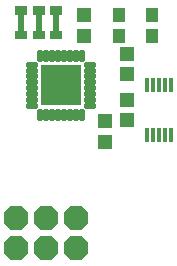
<source format=gbr>
%TF.GenerationSoftware,KiCad,Pcbnew,6.0.5-a6ca702e91~116~ubuntu20.04.1*%
%TF.CreationDate,2022-05-09T20:04:06+03:00*%
%TF.ProjectId,ict_v361-xs,6963745f-7633-4363-912d-78732e6b6963,rev?*%
%TF.SameCoordinates,Original*%
%TF.FileFunction,Soldermask,Top*%
%TF.FilePolarity,Negative*%
%FSLAX46Y46*%
G04 Gerber Fmt 4.6, Leading zero omitted, Abs format (unit mm)*
G04 Created by KiCad (PCBNEW 6.0.5-a6ca702e91~116~ubuntu20.04.1) date 2022-05-09 20:04:06*
%MOMM*%
%LPD*%
G01*
G04 APERTURE LIST*
G04 Aperture macros list*
%AMRoundRect*
0 Rectangle with rounded corners*
0 $1 Rounding radius*
0 $2 $3 $4 $5 $6 $7 $8 $9 X,Y pos of 4 corners*
0 Add a 4 corners polygon primitive as box body*
4,1,4,$2,$3,$4,$5,$6,$7,$8,$9,$2,$3,0*
0 Add four circle primitives for the rounded corners*
1,1,$1+$1,$2,$3*
1,1,$1+$1,$4,$5*
1,1,$1+$1,$6,$7*
1,1,$1+$1,$8,$9*
0 Add four rect primitives between the rounded corners*
20,1,$1+$1,$2,$3,$4,$5,0*
20,1,$1+$1,$4,$5,$6,$7,0*
20,1,$1+$1,$6,$7,$8,$9,0*
20,1,$1+$1,$8,$9,$2,$3,0*%
%AMFreePoly0*
4,1,17,0.514801,0.984701,0.984701,0.514801,1.003300,0.469900,1.003300,-0.469900,0.984701,-0.514801,0.514801,-0.984701,0.469900,-1.003300,-0.469900,-1.003300,-0.514801,-0.984701,-0.984701,-0.514801,-1.003300,-0.469900,-1.003300,0.469900,-0.984701,0.514801,-0.514801,0.984701,-0.469900,1.003300,0.469900,1.003300,0.514801,0.984701,0.514801,0.984701,$1*%
G04 Aperture macros list end*
%ADD10RoundRect,0.063500X-0.125000X-0.500000X0.125000X-0.500000X0.125000X0.500000X-0.125000X0.500000X0*%
%ADD11RoundRect,0.063500X0.125000X0.500000X-0.125000X0.500000X-0.125000X-0.500000X0.125000X-0.500000X0*%
%ADD12RoundRect,0.063500X-0.450000X-0.550000X0.450000X-0.550000X0.450000X0.550000X-0.450000X0.550000X0*%
%ADD13RoundRect,0.063500X0.540000X-0.525000X0.540000X0.525000X-0.540000X0.525000X-0.540000X-0.525000X0*%
%ADD14FreePoly0,180.000000*%
%ADD15RoundRect,0.063500X0.152400X0.406400X-0.152400X0.406400X-0.152400X-0.406400X0.152400X-0.406400X0*%
%ADD16RoundRect,0.063500X0.406400X-0.152400X0.406400X0.152400X-0.406400X0.152400X-0.406400X-0.152400X0*%
%ADD17RoundRect,0.063500X-1.625600X1.625600X-1.625600X-1.625600X1.625600X-1.625600X1.625600X1.625600X0*%
%ADD18RoundRect,0.063500X-0.200000X-0.800000X0.200000X-0.800000X0.200000X0.800000X-0.200000X0.800000X0*%
%ADD19RoundRect,0.063500X0.550000X-0.500000X0.550000X0.500000X-0.550000X0.500000X-0.550000X-0.500000X0*%
%ADD20RoundRect,0.063500X-0.550000X0.500000X-0.550000X-0.500000X0.550000X-0.500000X0.550000X0.500000X0*%
G04 APERTURE END LIST*
%TO.C,Y1*%
G36*
X143201100Y-97003600D02*
G01*
X142201100Y-97003600D01*
X142201100Y-96303600D01*
X143201100Y-96303600D01*
X143201100Y-97003600D01*
G37*
G36*
X144701100Y-97003600D02*
G01*
X143701100Y-97003600D01*
X143701100Y-96303600D01*
X144701100Y-96303600D01*
X144701100Y-97003600D01*
G37*
G36*
X146201100Y-97003600D02*
G01*
X145201100Y-97003600D01*
X145201100Y-96303600D01*
X146201100Y-96303600D01*
X146201100Y-97003600D01*
G37*
G36*
X146201100Y-94903600D02*
G01*
X145201100Y-94903600D01*
X145201100Y-94203600D01*
X146201100Y-94203600D01*
X146201100Y-94903600D01*
G37*
G36*
X144701100Y-94903600D02*
G01*
X143701100Y-94903600D01*
X143701100Y-94203600D01*
X144701100Y-94203600D01*
X144701100Y-94903600D01*
G37*
G36*
X143201100Y-94903600D02*
G01*
X142201100Y-94903600D01*
X142201100Y-94203600D01*
X143201100Y-94203600D01*
X143201100Y-94903600D01*
G37*
%TD*%
D10*
%TO.C,U3*%
X155391000Y-105118300D03*
X154891000Y-105118300D03*
X154391000Y-105118300D03*
X153891000Y-105118300D03*
X153391000Y-105118300D03*
D11*
X153391000Y-100892100D03*
X153891000Y-100892100D03*
X154391000Y-100892100D03*
X154891000Y-100892100D03*
X155391000Y-100892100D03*
%TD*%
D12*
%TO.C,TCXO0*%
X151001100Y-96703600D03*
X153801100Y-94903600D03*
X153801100Y-96703600D03*
X151001100Y-94903600D03*
%TD*%
D13*
%TO.C,C2*%
X149801100Y-103928600D03*
X149801100Y-105678600D03*
%TD*%
D14*
%TO.C,ISP0*%
X142290500Y-114650200D03*
X142290500Y-112110200D03*
X144830500Y-114650200D03*
X144830500Y-112110200D03*
X147370500Y-114650200D03*
X147370500Y-112110200D03*
%TD*%
D15*
%TO.C,U4*%
X147853700Y-98439800D03*
X147345700Y-98439800D03*
X146863100Y-98439800D03*
X146355100Y-98439800D03*
X145847100Y-98439800D03*
X145339100Y-98439800D03*
X144856500Y-98439800D03*
X144348500Y-98439800D03*
D16*
X143637300Y-99151000D03*
X143637300Y-99659000D03*
X143637300Y-100141600D03*
X143637300Y-100649600D03*
X143637300Y-101157600D03*
X143637300Y-101665600D03*
X143637300Y-102148200D03*
X143637300Y-102656200D03*
D15*
X144348500Y-103367400D03*
X144856500Y-103367400D03*
X145339100Y-103367400D03*
X145847100Y-103367400D03*
X146355100Y-103367400D03*
X146863100Y-103367400D03*
X147345700Y-103367400D03*
X147853700Y-103367400D03*
D16*
X148564900Y-102656200D03*
X148564900Y-102148200D03*
X148564900Y-101665600D03*
X148564900Y-101157600D03*
X148564900Y-100649600D03*
X148564900Y-100141600D03*
X148564900Y-99659000D03*
X148564900Y-99151000D03*
D17*
X146101100Y-100903600D03*
%TD*%
D18*
%TO.C,Y1*%
X145701100Y-95603600D03*
X144201100Y-95603600D03*
X142701100Y-95603600D03*
%TD*%
D13*
%TO.C,C1*%
X148001100Y-94928600D03*
X148001100Y-96678600D03*
%TD*%
D19*
%TO.C,PU2*%
X151701100Y-98253600D03*
X151701100Y-99953600D03*
%TD*%
D20*
%TO.C,PU1*%
X151701100Y-103853600D03*
X151701100Y-102153600D03*
%TD*%
M02*

</source>
